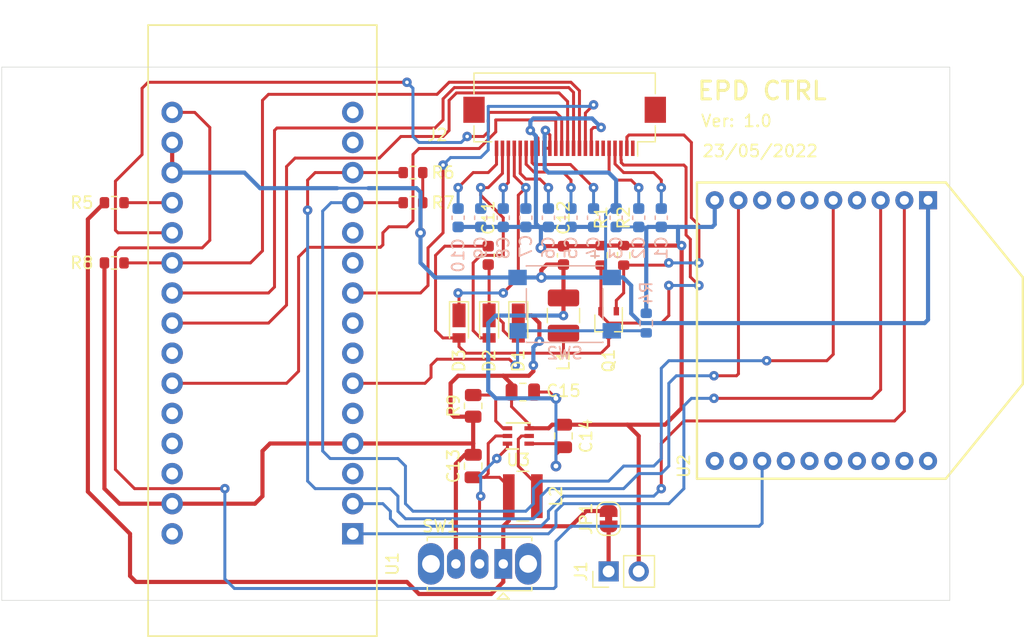
<source format=kicad_pcb>
(kicad_pcb (version 20211014) (generator pcbnew)
  (title_block (title "Board-v1.Ink") (date "2022-01-06") (rev "1.0") (company "INSA - GEI"))
  (layers (0 "F.Cu" signal) (31 "B.Cu" signal) (34 "B.Paste" user) (35 "F.Paste" user) (36 "B.SilkS" user "B.Silkscreen") (37 "F.SilkS" user "F.Silkscreen") (38 "B.Mask" user) (39 "F.Mask" user) (44 "Edge.Cuts" user))
  (net 0 "")
  (net 1 "GND")
  (net 2 "/EPD_VGL")
  (net 3 "/EPD_VGH")
  (net 4 "/EPD_VDD")
  (net 5 "/EPD_VPP")
  (net 6 "/EPD_VSH")
  (net 7 "/EPD_PWRVGH")
  (net 8 "/EPD_VSL")
  (net 9 "/EPD_PWRVGL")
  (net 10 "/EPD_VCOM")
  (net 11 "Net-(C11-Pad1)")
  (net 12 "Net-(C11-Pad2)")
  (net 13 "+BATT")
  (net 14 "/EPD_GDR")
  (net 15 "/EPD_RESET")
  (net 16 "/EPD_BUSY")
  (net 17 "/~{EPD_RST}")
  (net 18 "/EPD_DC")
  (net 19 "/~{EPD_CS}")
  (net 20 "/EPD_CLK")
  (net 21 "/EPD_DIN")
  (net 22 "+2V5")
  (net 24 "Net-(L2-Pad2)")
  (net 25 "/BUTTON")
  (net 26 "Net-(SW1-Pad2)")
  (net 27 "Net-(R5-Pad2)")
  (net 28 "/USART1_TX")
  (net 29 "/USART1_RX")
  (net 30 "/~{XBEE_RESET}")
  (net 31 "/XBEE_SLEEP_RQ")
  (net 32 "/~{XBEE_SLEEP}")
  (net 33 "Net-(J1-Pad1)")
  (net 62 "Net-(R9-Pad2)")
  (footprint "Capacitor_SMD:C_0603_1608Metric" (layer "F.Cu") (at 146.05 95.885 90)
    (fp_text reference "C11")
    (fp_text value "4.7µF")
  )
  (footprint "Capacitor_SMD:C_0603_1608Metric" (layer "F.Cu") (at 152.4 95.885 -90)
    (fp_text reference "C12")
    (fp_text value "4.7µF")
  )
  (footprint "Capacitor_SMD:C_0805_2012Metric" (layer "F.Cu") (at 148.97 107.42 180)
    (fp_text reference "C15")
    (fp_text value "1µF")
  )
  (footprint "Connector_PinHeader_2.54mm:PinHeader_1x02_P2.54mm_Vertical" (layer "F.Cu") (at 156.21 122.555 90)
    (fp_text reference "J1")
    (fp_text value "Conn_01x02")
  )
  (footprint "Connector_FFC-FPC:Hirose_FH12-24S-0.5SH_1x24-1MP_P0.50mm_Horizontal" (layer "F.Cu") (at 152.5 85 180)
    (fp_text reference "J2")
    (fp_text value "Conn_01x24")
  )
  (footprint "Inductor_SMD:L_1210_3225Metric_Pad1.42x2.65mm_HandSolder" (layer "F.Cu") (at 152.4 100.965 -90)
    (fp_text reference "L1")
    (fp_text value "68µH")
  )
  (footprint "Package_TO_SOT_SMD:SOT-323_SC-70" (layer "F.Cu") (at 156.21 101.6 -90)
    (fp_text reference "Q1")
    (fp_text value "Si1308EDL")
  )
  (footprint "Resistor_SMD:R_0603_1608Metric" (layer "F.Cu") (at 155.575 95.885 90)
    (fp_text reference "R1")
    (fp_text value "3R")
  )
  (footprint "Resistor_SMD:R_0603_1608Metric" (layer "F.Cu") (at 157.48 95.885 -90)
    (fp_text reference "R2")
    (fp_text value "10K")
  )
  (footprint "Button_Switch_THT:SW_Slide_1P2T_CK_OS102011MS2Q" (layer "F.Cu") (at 147.32 121.92 180)
    (fp_text reference "SW1")
    (fp_text value "SW_SPDT")
  )
  (footprint "Insa:STM32-Nucleo-32" (layer "F.Cu") (at 127 101.6 180)
    (fp_text reference "U1")
    (fp_text value "STM32L031")
  )
  (footprint "Insa:Xbee3" (layer "F.Cu") (at 177.165 102.235 -90)
    (fp_text reference "U2")
    (fp_text value "XBee3")
  )
  (footprint "Resistor_SMD:R_0603_1608Metric" (layer "F.Cu") (at 114.49 91.44)
    (fp_text reference "R5")
    (fp_text value "100R")
  )
  (footprint "Insa:uDFN-6-1EP_2x2mm_P0.65mm_EP1x1.6mm" (layer "F.Cu") (at 148.59 111.125 180)
    (fp_text reference "U3")
    (fp_text value "MAX17220ELT")
  )
  (footprint "Capacitor_SMD:C_0805_2012Metric" (layer "F.Cu") (at 144.78 113.665 90)
    (fp_text reference "C13")
    (fp_text value "10µF")
  )
  (footprint "Capacitor_SMD:C_0805_2012Metric" (layer "F.Cu") (at 152.4 111.125 90)
    (fp_text reference "C14")
    (fp_text value "10µF")
  )
  (footprint "Diode_SMD:D_TUMD2" (layer "F.Cu") (at 148.59 101.6 -90)
    (fp_text reference "D1")
    (fp_text value "MBR0530")
  )
  (footprint "Diode_SMD:D_TUMD2" (layer "F.Cu") (at 146.125 101.6 -90)
    (fp_text reference "D2")
    (fp_text value "MBR0530")
  )
  (footprint "Diode_SMD:D_TUMD2" (layer "F.Cu") (at 143.585 101.6 -90)
    (fp_text reference "D3")
    (fp_text value "MBR0530")
  )
  (footprint "Inductor_SMD:L_Wuerth_MAPI-4030" (layer "F.Cu") (at 148.97 116.205)
    (fp_text reference "L2")
    (fp_text value "2,2µH")
  )
  (footprint "Resistor_SMD:R_0603_1608Metric" (layer "F.Cu") (at 139.7 88.9)
    (fp_text reference "R6")
    (fp_text value "1M")
  )
  (footprint "Jumper:SolderJumper-2_P1.3mm_Bridged_RoundedPad1.0x1.5mm" (layer "F.Cu") (at 156.21 118.11 90)
    (fp_text reference "JP1")
    (fp_text value "Jumper_2_Bridged")
  )
  (footprint "Resistor_SMD:R_0805_2012Metric" (layer "F.Cu") (at 144.78 108.585 90)
    (fp_text reference "R9")
    (fp_text value "272R")
  )
  (footprint "Resistor_SMD:R_0603_1608Metric" (layer "F.Cu") (at 114.49 96.52)
    (fp_text reference "R8")
    (fp_text value "1M")
  )
  (footprint "Resistor_SMD:R_0603_1608Metric" (layer "F.Cu") (at 139.7 91.44)
    (fp_text reference "R7")
    (fp_text value "1M")
  )
  (footprint "Capacitor_SMD:C_0603_1608Metric" (layer "B.Cu") (at 160.655 92.71 -90)
    (fp_text reference "C1")
    (fp_text value "10µF")
  )
  (footprint "Capacitor_SMD:C_0603_1608Metric" (layer "B.Cu") (at 158.75 92.71 -90)
    (fp_text reference "C2")
    (fp_text value "1µF")
  )
  (footprint "Capacitor_SMD:C_0603_1608Metric" (layer "B.Cu") (at 156.845 92.71 -90)
    (fp_text reference "C3")
    (fp_text value "1µF")
  )
  (footprint "Capacitor_SMD:C_0603_1608Metric" (layer "B.Cu") (at 154.94 92.71 -90)
    (fp_text reference "C4")
    (fp_text value "1µF")
  )
  (footprint "Capacitor_SMD:C_0603_1608Metric" (layer "B.Cu") (at 153.035 92.71 -90)
    (fp_text reference "C5")
    (fp_text value "1µF")
  )
  (footprint "Capacitor_SMD:C_0603_1608Metric" (layer "B.Cu") (at 151.13 92.71 -90)
    (fp_text reference "C6")
    (fp_text value "10µF")
  )
  (footprint "Capacitor_SMD:C_0603_1608Metric" (layer "B.Cu") (at 149.225 92.71 -90)
    (fp_text reference "C7")
    (fp_text value "10µF")
  )
  (footprint "Capacitor_SMD:C_0603_1608Metric" (layer "B.Cu") (at 147.32 92.71 -90)
    (fp_text reference "C8")
    (fp_text value "10µF")
  )
  (footprint "Capacitor_SMD:C_0603_1608Metric" (layer "B.Cu") (at 145.415 92.71 -90)
    (fp_text reference "C9")
    (fp_text value "1µF")
  )
  (footprint "Capacitor_SMD:C_0603_1608Metric" (layer "B.Cu") (at 143.51 92.71 -90)
    (fp_text reference "C10")
    (fp_text value "1µF")
  )
  (footprint "Resistor_SMD:R_0603_1608Metric" (layer "B.Cu") (at 159.385 101.6 -90)
    (fp_text reference "R4")
    (fp_text value "1M")
  )
  (footprint "Button_Switch_SMD:SW_Push_1P1T_NO_6x6mm_H9.5mm" (layer "B.Cu") (at 152.5 100 180)
    (fp_text reference "SW2")
    (fp_text value "SW_SPST")
  )
  (footprint "MountingHole:MountingHole_3.2mm_M3" (layer "B.Cu") (at 110 85 180)
    (fp_text reference "H3" hide)
    (fp_text value "MountingHole")
  )
  (footprint "MountingHole:MountingHole_3.2mm_M3" (layer "B.Cu") (at 180 85 180)
    (property "Reference" "H1")
    (property "Value" "MountingHole")
    (fp_text reference "H1" hide)
    (fp_text value "MountingHole")
  )
  (footprint "MountingHole:MountingHole_3.2mm_M3" (layer "B.Cu") (at 110 120 180)
    (fp_text reference "H4" hide)
    (fp_text value "MountingHole")
  )
  (footprint "MountingHole:MountingHole_3.2mm_M3" (layer "B.Cu") (at 180 120 180)
    (fp_text reference "H2" hide)
    (fp_text value "MountingHole")
  )
  (gr_line (start 185 125) (end 105 125) (layer "Edge.Cuts") (width 0.05))
  (gr_line (start 105 125) (end 105 80) (layer "Edge.Cuts") (width 0.05))
  (gr_line (start 185 80) (end 185 125) (layer "Edge.Cuts") (width 0.05))
  (gr_line (start 105 80) (end 185 80) (layer "Edge.Cuts") (width 0.05))
  (gr_text "23/05/2022" (at 169 87.08) (layer "F.SilkS") (effects (font (size 1 1))))
  (gr_text "EPD CTRL\n" (at 169.164 82) (layer "F.SilkS") (effects (font (size 1.5 1.5) (thickness 0.25))))
  (gr_text "Ver: 1.0" (at 167 84.54) (layer "F.SilkS") (effects (font (size 1 1))))
  (segment (start 152.4 95.11) (end 155.525 95.11) (width 0.35) (layer "F.Cu") (net 1))
  (segment (start 147.32 106.045) (end 148.02 106.745) (width 0.35) (layer "F.Cu") (net 1))
  (segment (start 127 116.205) (end 127 112.395) (width 0.35) (layer "F.Cu") (net 1))
  (segment (start 154.75 85.28) (end 154.94 85.09) (width 0.25) (layer "F.Cu") (net 1))
  (segment (start 149.505 110.135) (end 149.505 110.475) (width 0.25) (layer "F.Cu") (net 1))
  (segment (start 151.445 110.175) (end 151.145 110.475) (width 0.35) (layer "F.Cu") (net 1))
  (segment (start 158.75 111.125) (end 157.8 110.175) (width 0.35) (layer "F.Cu") (net 1))
  (segment (start 119.38 116.84) (end 126.365 116.84) (width 0.35) (layer "F.Cu") (net 1))
  (segment (start 144.08 112.715) (end 144.78 112.715) (width 0.35) (layer "F.Cu") (net 1))
  (segment (start 149.86 105.664) (end 149.86 105.156) (width 0.35) (layer "F.Cu") (net 1))
  (segment (start 142.875 106.68) (end 143.51 106.045) (width 0.35) (layer "F.Cu") (net 1))
  (segment (start 143.32 113.475) (end 144.08 112.715) (width 0.35) (layer "F.Cu") (net 1))
  (segment (start 126.365 116.84) (end 127 116.205) (width 0.35) (layer "F.Cu") (net 1))
  (segment (start 155.525 95.11) (end 155.575 95.06) (width 0.35) (layer "F.Cu") (net 1))
  (segment (start 144.78 111.76) (end 144.78 112.715) (width 0.35) (layer "F.Cu") (net 1))
  (segment (start 162.37 95.06) (end 162.37 108.775) (width 0.35) (layer "F.Cu") (net 1))
  (segment (start 143.1525 109.4975) (end 142.875 109.22) (width 0.35) (layer "F.Cu") (net 1))
  (segment (start 148.02 107.42) (end 148.02 108.65) (width 0.25) (layer "F.Cu") (net 1))
  (segment (start 148.02 108.65) (end 149.505 110.135) (width 0.25) (layer "F.Cu") (net 1))
  (segment (start 127 112.395) (end 127.635 111.76) (width 0.35) (layer "F.Cu") (net 1))
  (segment (start 150.635 95.11) (end 150.495 95.25) (width 0.35) (layer "F.Cu") (net 1))
  (segment (start 148.02 106.745) (end 148.02 107.42) (width 0.35) (layer "F.Cu") (net 1))
  (segment (start 113.665 115.57) (end 114.935 116.84) (width 0.35) (layer "F.Cu") (net 1))
  (segment (start 162.37 108.775) (end 160.97 110.175) (width 0.35) (layer "F.Cu") (net 1))
  (segment (start 150.25 85.988) (end 149.606 85.344) (width 0.25) (layer "F.Cu") (net 1))
  (segment (start 147.32 106.045) (end 149.479 106.045) (width 0.35) (layer "F.Cu") (net 1))
  (segment (start 152.4 95.11) (end 150.635 95.11) (width 0.35) (layer "F.Cu") (net 1))
  (segment (start 143.51 106.045) (end 147.32 106.045) (width 0.35) (layer "F.Cu") (net 1))
  (segment (start 149.479 106.045) (end 149.86 105.664) (width 0.35) (layer "F.Cu") (net 1))
  (segment (start 151.145 110.475) (end 149.505 110.475) (width 0.35) (layer "F.Cu") (net 1))
  (segment (start 142.875 109.22) (end 142.875 106.68) (width 0.35) (layer "F.Cu") (net 1))
  (segment (start 149.718 100.95) (end 148.59 100.95) (width 0.35) (layer "F.Cu") (net 1))
  (segment (start 113.665 96.52) (end 113.665 115.57) (width 0.35) (layer "F.Cu") (net 1))
  (segment (start 155.575 95.06) (end 157.48 95.06) (width 0.35) (layer "F.Cu") (net 1))
  (segment (start 158.75 122.555) (end 158.75 111.125) (width 0.35) (layer "F.Cu") (net 1))
  (segment (start 152.4 110.175) (end 151.445 110.175) (width 0.35) (layer "F.Cu") (net 1))
  (segment (start 154.75 86.85) (end 154.75 85.28) (width 0.25) (layer "F.Cu") (net 1))
  (segment (start 127.635 111.76) (end 134.62 111.76) (width 0.35) (layer "F.Cu") (net 1))
  (segment (start 150.25 86.85) (end 150.25 85.988) (width 0.25) (layer "F.Cu") (net 1))
  (segment (start 144.78 109.4975) (end 144.78 111.76) (width 0.35) (layer "F.Cu") (net 1))
  (segment (start 143.32 121.92) (end 143.32 113.475) (width 0.35) (layer "F.Cu") (net 1))
  (segment (start 157.8 110.175) (end 152.4 110.175) (width 0.35) (layer "F.Cu") (net 1))
  (segment (start 150.368 103.124) (end 150.368 101.6) (width 0.35) (layer "F.Cu") (net 1))
  (segment (start 114.935 116.84) (end 119.38 116.84) (width 0.35) (layer "F.Cu") (net 1))
  (segment (start 160.97 110.175) (end 157.8 110.175) (width 0.35) (layer "F.Cu") (net 1))
  (segment (start 134.62 111.76) (end 144.78 111.76) (width 0.35) (layer "F.Cu") (net 1))
  (segment (start 154.94 85.09) (end 155.575 85.09) (width 0.25) (layer "F.Cu") (net 1))
  (segment (start 144.78 109.4975) (end 143.1525 109.4975) (width 0.35) (layer "F.Cu") (net 1))
  (segment (start 157.48 95.06) (end 162.37 95.06) (width 0.35) (layer "F.Cu") (net 1))
  (segment (start 150.368 101.6) (end 149.718 100.95) (width 0.35) (layer "F.Cu") (net 1))
  (via (at 149.606 85.344) (size 0.8) (drill 0.3) (layers "F.Cu" "B.Cu") (net 1))
  (via (at 155.575 85.09) (size 0.8) (drill 0.3) (layers "F.Cu" "B.Cu") (net 1))
  (via (at 162.37 95.06) (size 0.8) (drill 0.3) (layers "F.Cu" "B.Cu") (net 1))
  (via (at 150.495 95.25) (size 0.9) (drill 0.4) (layers "F.Cu" "B.Cu") (net 1))
  (via (at 150.368 103.124) (size 0.8) (drill 0.3) (layers "F.Cu" "B.Cu") (net 1))
  (via (at 149.86 105.156) (size 0.8) (drill 0.3) (layers "F.Cu" "B.Cu") (net 1))
  (segment (start 150.07452 85.81252) (end 149.606 85.344) (width 0.35) (layer "B.Cu") (net 1))
  (segment (start 159.385 100.775) (end 159.385 93.625) (width 0.35) (layer "B.Cu") (net 1))
  (segment (start 159.245 93.485) (end 159.385 93.625) (width 0.25) (layer "B.Cu") (net 1))
  (segment (start 154.813 84.328) (end 155.575 85.09) (width 0.35) (layer "B.Cu") (net 1))
  (segment (start 162.065 93.485) (end 164.96 93.485) (width 0.35) (layer "B.Cu") (net 1))
  (segment (start 164.96 93.485) (end 165.165 93.28) (width 0.35) (layer "B.Cu") (net 1))
  (segment (start 149.606 84.582) (end 149.86 84.328) (width 0.35) (layer "B.Cu") (net 1))
  (segment (start 149.606 85.344) (end 149.606 84.582) (width 0.35) (layer "B.Cu") (net 1))
  (segment (start 149.86 103.632) (end 150.368 103.124) (width 0.35) (layer "B.Cu") (net 1))
  (segment (start 156.845 93.485) (end 159.245 93.485) (width 0.25) (layer "B.Cu") (net 1))
  (segment (start 150.07452 85.848057) (end 150.07452 85.81252) (width 0.35) (layer "B.Cu") (net 1))
  (segment (start 150.07452 85.848057) (end 150.07452 93.20452) (width 0.35) (layer "B.Cu") (net 1))
  (segment (start 165.165 93.28) (end 165.165 91.235) (width 0.35) (layer "B.Cu") (net 1))
  (segment (start 150.495 95.25) (end 150.495 93.625) (width 0.35) (layer "B.Cu") (net 1))
  (segment (start 150.355 93.485) (end 154.94 93.485) (width 0.35) (layer "B.Cu") (net 1))
  (segment (start 149.86 84.328) (end 154.813 84.328) (width 0.35) (layer "B.Cu") (net 1))
  (segment (start 149.86 105.156) (end 149.86 103.632) (width 0.35) (layer "B.Cu") (net 1))
  (segment (start 159.525 93.485) (end 160.655 93.485) (width 0.35) (layer "B.Cu") (net 1))
  (segment (start 143.51 93.485) (end 150.355 93.485) (width 0.35) (layer "B.Cu") (net 1))
  (segment (start 150.495 93.625) (end 150.355 93.485) (width 0.35) (layer "B.Cu") (net 1))
  (segment (start 162.37 95.06) (end 162.065 94.755) (width 0.35) (layer "B.Cu") (net 1))
  (segment (start 162.065 94.755) (end 162.065 93.485) (width 0.35) (layer "B.Cu") (net 1))
  (segment (start 159.385 93.625) (end 159.525 93.485) (width 0.35) (layer "B.Cu") (net 1))
  (segment (start 160.655 93.485) (end 162.065 93.485) (width 0.35) (layer "B.Cu") (net 1))
  (segment (start 150.07452 93.20452) (end 150.355 93.485) (width 0.35) (layer "B.Cu") (net 1))
  (segment (start 156.75 88.17) (end 156.75 86.85) (width 0.25) (layer "F.Cu") (net 2))
  (segment (start 157.48 88.9) (end 156.75 88.17) (width 0.25) (layer "F.Cu") (net 2))
  (segment (start 160.02 88.9) (end 157.48 88.9) (width 0.25) (layer "F.Cu") (net 2))
  (segment (start 160.655 90.17) (end 160.655 89.535) (width 0.25) (layer "F.Cu") (net 2))
  (segment (start 160.655 89.535) (end 160.02 88.9) (width 0.25) (layer "F.Cu") (net 2))
  (via (at 160.655 90.17) (size 0.8) (drill 0.3) (layers "F.Cu" "B.Cu") (net 2))
  (segment (start 160.655 91.935) (end 160.655 90.17) (width 0.25) (layer "B.Cu") (net 2))
  (segment (start 158.75 90.17) (end 158.115 89.535) (width 0.25) (layer "F.Cu") (net 3))
  (segment (start 156.845 89.535) (end 156.25 88.94) (width 0.25) (layer "F.Cu") (net 3))
  (segment (start 156.25 88.94) (end 156.25 86.85) (width 0.25) (layer "F.Cu") (net 3))
  (segment (start 158.115 89.535) (end 156.845 89.535) (width 0.25) (layer "F.Cu") (net 3))
  (via (at 158.75 90.17) (size 0.8) (drill 0.3) (layers "F.Cu" "B.Cu") (net 3))
  (segment (start 158.75 91.935) (end 158.75 90.17) (width 0.25) (layer "B.Cu") (net 3))
  (segment (start 154.94 90.17) (end 152.989526 88.219526) (width 0.25) (layer "F.Cu") (net 4))
  (segment (start 149.905474 88.219526) (end 149.75 88.064052) (width 0.25) (layer "F.Cu") (net 4))
  (segment (start 149.75 88.064052) (end 149.75 86.85) (width 0.25) (layer "F.Cu") (net 4))
  (segment (start 152.989526 88.219526) (end 149.905474 88.219526) (width 0.25) (layer "F.Cu") (net 4))
  (via (at 154.94 90.17) (size 0.8) (drill 0.3) (layers "F.Cu" "B.Cu") (net 4))
  (segment (start 154.94 91.935) (end 154.94 90.17) (width 0.25) (layer "B.Cu") (net 4))
  (segment (start 153.035 90.17) (end 153.035 89.535) (width 0.25) (layer "F.Cu") (net 5))
  (segment (start 152.354885 88.854885) (end 149.905115 88.854885) (width 0.25) (layer "F.Cu") (net 5))
  (segment (start 149.905115 88.854885) (end 149.25 88.19977) (width 0.25) (layer "F.Cu") (net 5))
  (segment (start 149.25 88.19977) (end 149.25 86.85) (width 0.25) (layer "F.Cu") (net 5))
  (segment (start 153.035 89.535) (end 152.354885 88.854885) (width 0.25) (layer "F.Cu") (net 5))
  (via (at 153.035 90.17) (size 0.8) (drill 0.3) (layers "F.Cu" "B.Cu") (net 5))
  (segment (start 153.035 91.935) (end 153.035 90.17) (width 0.25) (layer "B.Cu") (net 5))
  (segment (start 151.13 90.17) (end 150.405489 89.445489) (width 0.25) (layer "F.Cu") (net 6))
  (segment (start 150.405489 89.445489) (end 149.225 89.445489) (width 0.25) (layer "F.Cu") (net 6))
  (segment (start 149.225 89.445489) (end 148.75 88.970489) (width 0.25) (layer "F.Cu") (net 6))
  (segment (start 148.75 88.970489) (end 148.75 86.85) (width 0.25) (layer "F.Cu") (net 6))
  (via (at 151.13 90.17) (size 0.8) (drill 0.3) (layers "F.Cu" "B.Cu") (net 6))
  (segment (start 151.13 91.935) (end 151.13 90.17) (width 0.25) (layer "B.Cu") (net 6))
  (segment (start 147.32 99.06) (end 148.59 97.79) (width 0.25) (layer "F.Cu") (net 7))
  (segment (start 148.59 90.805) (end 149.225 90.17) (width 0.25) (layer "F.Cu") (net 7))
  (segment (start 148.25 89.195) (end 148.25 86.85) (width 0.25) (layer "F.Cu") (net 7))
  (segment (start 143.585 100.95) (end 143.585 99.135) (width 0.25) (layer "F.Cu") (net 7))
  (segment (start 149.225 90.17) (end 148.25 89.195) (width 0.25) (layer "F.Cu") (net 7))
  (segment (start 148.59 97.79) (end 148.59 90.805) (width 0.25) (layer "F.Cu") (net 7))
  (segment (start 143.585 99.135) (end 143.51 99.06) (width 0.25) (layer "F.Cu") (net 7))
  (via (at 149.225 90.17) (size 0.8) (drill 0.3) (layers "F.Cu" "B.Cu") (net 7))
  (via (at 147.32 99.06) (size 0.8) (drill 0.3) (layers "F.Cu" "B.Cu") (net 7))
  (via (at 143.51 99.06) (size 0.8) (drill 0.3) (layers "F.Cu" "B.Cu") (net 7))
  (segment (start 149.225 91.935) (end 149.225 90.17) (width 0.25) (layer "B.Cu") (net 7))
  (segment (start 143.51 99.06) (end 147.32 99.06) (width 0.25) (layer "B.Cu") (net 7))
  (segment (start 147.75 89.74) (end 147.75 86.85) (width 0.25) (layer "F.Cu") (net 8))
  (segment (start 147.32 90.17) (end 147.75 89.74) (width 0.25) (layer "F.Cu") (net 8))
  (via (at 147.32 90.17) (size 0.8) (drill 0.3) (layers "F.Cu" "B.Cu") (net 8))
  (segment (start 147.32 91.935) (end 147.32 90.17) (width 0.25) (layer "B.Cu") (net 8))
  (segment (start 147.25 88.97) (end 147.25 86.85) (width 0.25) (layer "F.Cu") (net 9))
  (segment (start 146.125 102.85) (end 145.395 102.85) (width 0.25) (layer "F.Cu") (net 9))
  (segment (start 147.32 92.71) (end 145.415 90.805) (width 0.25) (layer "F.Cu") (net 9))
  (segment (start 147.32 95.885) (end 147.32 92.71) (width 0.25) (layer "F.Cu") (net 9))
  (segment (start 145.415 95.885) (end 147.32 95.885) (width 0.25) (layer "F.Cu") (net 9))
  (segment (start 145.395 102.85) (end 144.78 102.235) (width 0.25) (layer "F.Cu") (net 9))
  (segment (start 145.415 90.805) (end 145.415 90.17) (width 0.25) (layer "F.Cu") (net 9))
  (segment (start 144.78 96.52) (end 145.415 95.885) (width 0.25) (layer "F.Cu") (net 9))
  (segment (start 146.05 90.17) (end 147.25 88.97) (width 0.25) (layer "F.Cu") (net 9))
  (segment (start 145.415 90.17) (end 146.05 90.17) (width 0.25) (layer "F.Cu") (net 9))
  (segment (start 144.78 102.235) (end 144.78 96.52) (width 0.25) (layer "F.Cu") (net 9))
  (via (at 145.415 90.17) (size 0.8) (drill 0.3) (layers "F.Cu" "B.Cu") (net 9))
  (segment (start 145.415 91.935) (end 145.415 90.17) (width 0.25) (layer "B.Cu") (net 9))
  (segment (start 146.05 88.9) (end 146.75 88.2) (width 0.25) (layer "F.Cu") (net 10))
  (segment (start 146.75 88.2) (end 146.75 86.85) (width 0.25) (layer "F.Cu") (net 10))
  (segment (start 143.51 90.17) (end 144.78 88.9) (width 0.25) (layer "F.Cu") (net 10))
  (segment (start 144.78 88.9) (end 146.05 88.9) (width 0.25) (layer "F.Cu") (net 10))
  (via locked (at 143.51 90.17) (size 0.8) (drill 0.3) (layers "F.Cu" "B.Cu") (net 10))
  (segment (start 143.51 91.935) (end 143.51 90.17) (width 0.25) (layer "B.Cu") (net 10))
  (segment (start 146.67 100.95) (end 147.32 101.6) (width 0.25) (layer "F.Cu") (net 11))
  (segment (start 147.32 102.235) (end 147.935 102.85) (width 0.25) (layer "F.Cu") (net 11))
  (segment (start 146.125 100.95) (end 146.125 96.735) (width 0.25) (layer "F.Cu") (net 11))
  (segment (start 147.935 102.85) (end 148.59 102.85) (width 0.25) (layer "F.Cu") (net 11))
  (segment (start 146.125 96.735) (end 146.05 96.66) (width 0.25) (layer "F.Cu") (net 11))
  (segment (start 146.125 100.95) (end 146.67 100.95) (width 0.25) (layer "F.Cu") (net 11))
  (segment (start 147.32 101.6) (end 147.32 102.235) (width 0.25) (layer "F.Cu") (net 11))
  (segment (start 152.4 102.4525) (end 152.4 104.14) (width 0.25) (layer "F.Cu") (net 12))
  (segment (start 141.605 102.235) (end 142.22 102.85) (width 0.25) (layer "F.Cu") (net 12))
  (segment (start 146.05 95.11) (end 142.38 95.11) (width 0.25) (layer "F.Cu") (net 12))
  (segment (start 156.21 103.505) (end 156.21 102.6) (width 0.25) (layer "F.Cu") (net 12))
  (segment (start 144.145 104.14) (end 155.575 104.14) (width 0.25) (layer "F.Cu") (net 12))
  (segment (start 141.605 95.885) (end 141.605 102.235) (width 0.25) (layer "F.Cu") (net 12))
  (segment (start 143.585 102.85) (end 143.585 103.58) (width 0.25) (layer "F.Cu") (net 12))
  (segment (start 142.38 95.11) (end 141.605 95.885) (width 0.25) (layer "F.Cu") (net 12))
  (segment (start 155.575 104.14) (end 156.21 103.505) (width 0.25) (layer "F.Cu") (net 12))
  (segment (start 143.585 103.58) (end 144.145 104.14) (width 0.25) (layer "F.Cu") (net 12))
  (segment (start 142.22 102.85) (end 143.585 102.85) (width 0.25) (layer "F.Cu") (net 12))
  (segment (start 145.735 114.615) (end 146.05 114.3) (width 0.25) (layer "F.Cu") (net 13))
  (segment (start 115.824 122.936) (end 115.824 119.634) (width 0.35) (layer "F.Cu") (net 13))
  (segment (start 116.332 123.444) (end 115.824 122.936) (width 0.35) (layer "F.Cu") (net 13))
  (segment (start 112.268 115.824) (end 115.824 119.38) (width 0.35) (layer "F.Cu") (net 13))
  (segment (start 147 114.615) (end 147.785 115.4) (width 0.25) (layer "F.Cu") (net 13))
  (segment (start 145.735 114.615) (end 147 114.615) (width 0.25) (layer "F.Cu") (net 13))
  (segment (start 147.32 123.444) (end 146.304 124.46) (width 0.35) (layer "F.Cu") (net 13))
  (segment (start 144.78 114.615) (end 145.735 114.615) (width 0.25) (layer "F.Cu") (net 13))
  (segment (start 147.785 115.4) (end 147.785 116.205) (width 0.25) (layer "F.Cu") (net 13))
  (segment (start 146.05 114.3) (end 146.05 111.76) (width 0.25) (layer "F.Cu") (net 13))
  (segment (start 147.32 118.745) (end 153.035 118.745) (width 0.35) (layer "F.Cu") (net 13))
  (segment (start 146.685 111.125) (end 147.675 111.125) (width 0.25) (layer "F.Cu") (net 13))
  (segment (start 147.32 121.92) (end 147.32 118.745) (width 0.35) (layer "F.Cu") (net 13))
  (segment (start 113.665 91.44) (end 112.268 92.837) (width 0.35) (layer "F.Cu") (net 13))
  (segment (start 147.785 118.28) (end 147.32 118.745) (width 0.35) (layer "F.Cu") (net 13))
  (segment (start 140.208 124.46) (end 139.192 123.444) (width 0.35) (layer "F.Cu") (net 13))
  (segment (start 139.192 123.444) (end 116.332 123.444) (width 0.35) (layer "F.Cu") (net 13))
  (segment (start 146.304 124.46) (end 140.208 124.46) (width 0.35) (layer "F.Cu") (net 13))
  (segment (start 154.32 117.46) (end 156.21 117.46) (width 0.35) (layer "F.Cu") (net 13))
  (segment (start 112.268 92.837) (end 112.268 115.824) (width 0.35) (layer "F.Cu") (net 13))
  (segment (start 147.785 116.205) (end 147.785 118.28) (width 0.35) (layer "F.Cu") (net 13))
  (segment (start 147.32 121.92) (end 147.32 123.444) (width 0.35) (layer "F.Cu") (net 13))
  (segment (start 153.035 118.745) (end 154.32 117.46) (width 0.35) (layer "F.Cu") (net 13))
  (segment (start 146.05 111.76) (end 146.685 111.125) (width 0.25) (layer "F.Cu") (net 13))
  (segment (start 115.824 119.38) (end 115.824 119.634) (width 0.35) (layer "F.Cu") (net 13))
  (segment (start 162.56 85.725) (end 163.195 86.36) (width 0.25) (layer "F.Cu") (net 14))
  (segment (start 156.86 99.68) (end 157.48 99.06) (width 0.25) (layer "F.Cu") (net 14))
  (segment (start 157.48 99.06) (end 157.48 96.71) (width 0.25) (layer "F.Cu") (net 14))
  (segment (start 163.83 93.345) (end 163.195 92.71) (width 0.25) (layer "F.Cu") (net 14))
  (segment (start 163.83 96.52) (end 163.83 93.345) (width 0.25) (layer "F.Cu") (net 14))
  (segment (start 157.925978 85.725) (end 162.56 85.725) (width 0.25) (layer "F.Cu") (net 14))
  (segment (start 157.48 96.71) (end 161.1 96.71) (width 0.25) (layer "F.Cu") (net 14))
  (segment (start 157.75 85.900978) (end 157.925978 85.725) (width 0.25) (layer "F.Cu") (net 14))
  (segment (start 161.1 96.71) (end 161.29 96.52) (width 0.25) (layer "F.Cu") (net 14))
  (segment (start 157.75 86.85) (end 157.75 85.900978) (width 0.25) (layer "F.Cu") (net 14))
  (segment (start 156.86 100.6) (end 156.86 99.68) (width 0.25) (layer "F.Cu") (net 14))
  (segment (start 163.195 86.36) (end 163.195 92.71) (width 0.25) (layer "F.Cu") (net 14))
  (via (at 161.29 96.52) (size 0.8) (drill 0.3) (layers "F.Cu" "B.Cu") (net 14))
  (via (at 163.83 96.52) (size 0.8) (drill 0.3) (layers "F.Cu" "B.Cu") (net 14))
  (segment (start 161.29 96.52) (end 163.83 96.52) (width 0.25) (layer "B.Cu") (net 14))
  (segment (start 162.74548 88.45048) (end 162.74548 94.16548) (width 0.25) (layer "F.Cu") (net 15))
  (segment (start 161.29 100.965) (end 161.29 98.425) (width 0.25) (layer "F.Cu") (net 15))
  (segment (start 162.56 88.265) (end 162.74548 88.45048) (width 0.25) (layer "F.Cu") (net 15))
  (segment (start 155.56 96.725) (end 155.56 100.6) (width 0.25) (layer "F.Cu") (net 15))
  (segment (start 157.480718 88.265) (end 162.56 88.265) (width 0.25) (layer "F.Cu") (net 15))
  (segment (start 163.105489 94.525489) (end 163.105489 97.700489) (width 0.25) (layer "F.Cu") (net 15))
  (segment (start 155.575 96.71) (end 155.56 96.725) (width 0.25) (layer "F.Cu") (net 15))
  (segment (start 157.275489 88.059771) (end 157.480718 88.265) (width 0.25) (layer "F.Cu") (net 15))
  (segment (start 160.655 101.6) (end 161.29 100.965) (width 0.25) (layer "F.Cu") (net 15))
  (segment (start 157.25 86.85) (end 157.25 87.799022) (width 0.25) (layer "F.Cu") (net 15))
  (segment (start 155.56 100.6) (end 155.56 100.95) (width 0.25) (layer "F.Cu") (net 15))
  (segment (start 156.21 101.6) (end 160.655 101.6) (width 0.25) (layer "F.Cu") (net 15))
  (segment (start 157.25 87.799022) (end 157.275489 87.824511) (width 0.25) (layer "F.Cu") (net 15))
  (segment (start 162.74548 94.16548) (end 163.105489 94.525489) (width 0.25) (layer "F.Cu") (net 15))
  (segment (start 157.275489 87.824511) (end 157.275489 88.059771) (width 0.25) (layer "F.Cu") (net 15))
  (segment (start 163.105489 97.700489) (end 163.83 98.425) (width 0.25) (layer "F.Cu") (net 15))
  (segment (start 155.56 100.95) (end 156.21 101.6) (width 0.25) (layer "F.Cu") (net 15))
  (via (at 163.83 98.425) (size 0.8) (drill 0.3) (layers "F.Cu" "B.Cu") (net 15))
  (via (at 161.29 98.425) (size 0.8) (drill 0.3) (layers "F.Cu" "B.Cu") (net 15))
  (segment (start 161.29 98.425) (end 163.83 98.425) (width 0.25) (layer "B.Cu") (net 15))
  (segment (start 134.62 99.06) (end 140.335 99.06) (width 0.25) (layer "F.Cu") (net 16))
  (segment (start 154.25 83.875) (end 154.94 83.185) (width 0.25) (layer "F.Cu") (net 16))
  (segment (start 142.24 93.98) (end 142.24 88.265) (width 0.25) (layer "F.Cu") (net 16))
  (segment (start 140.97 95.25) (end 142.24 93.98) (width 0.25) (layer "F.Cu") (net 16))
  (segment (start 154.832366 83.077366) (end 154.94 83.185) (width 0.25) (layer "F.Cu") (net 16))
  (segment (start 140.97 98.425) (end 140.97 95.25) (width 0.25) (layer "F.Cu") (net 16))
  (segment (start 140.335 99.06) (end 140.97 98.425) (width 0.25) (layer "F.Cu") (net 16))
  (segment (start 154.25 86.85) (end 154.25 83.875) (width 0.25) (layer "F.Cu") (net 16))
  (via (at 154.94 83.185) (size 0.8) (drill 0.3) (layers "F.Cu" "B.Cu") (net 16))
  (via (at 142.24 88.265) (size 0.8) (drill 0.3) (layers "F.Cu" "B.Cu") (net 16))
  (segment (start 146.05 83.312) (end 154.813 83.312) (width 0.25) (layer "B.Cu") (net 16))
  (segment (start 146.05 84.582) (end 146.05 84.455) (width 0.25) (layer "B.Cu") (net 16))
  (segment (start 142.875 87.63) (end 145.415 87.63) (width 0.25) (layer "B.Cu") (net 16))
  (segment (start 146.05 84.582) (end 146.05 83.312) (width 0.25) (layer "B.Cu") (net 16))
  (segment (start 154.813 83.312) (end 154.94 83.185) (width 0.25) (layer "B.Cu") (net 16))
  (segment (start 145.415 87.63) (end 146.05 86.995) (width 0.25) (layer "B.Cu") (net 16))
  (segment (start 146.05 86.995) (end 146.05 84.582) (width 0.25) (layer "B.Cu") (net 16))
  (segment (start 142.24 88.265) (end 142.875 87.63) (width 0.25) (layer "B.Cu") (net 16))
  (segment (start 127 95.504) (end 125.984 96.52) (width 0.25) (layer "F.Cu") (net 17))
  (segment (start 153.031449 81.276449) (end 142.751551 81.276449) (width 0.25) (layer "F.Cu") (net 17))
  (segment (start 141.732 82.296) (end 127.508 82.296) (width 0.25) (layer "F.Cu") (net 17))
  (segment (start 153.75 81.995) (end 153.035 81.28) (width 0.25) (layer "F.Cu") (net 17))
  (segment (start 127.508 82.296) (end 127 82.804) (width 0.25) (layer "F.Cu") (net 17))
  (segment (start 153.75 86.85) (end 153.75 81.995) (width 0.25) (layer "F.Cu") (net 17))
  (segment (start 125.984 96.52) (end 119.38 96.52) (width 0.25) (layer "F.Cu") (net 17))
  (segment (start 127 82.804) (end 127 95.504) (width 0.25) (layer "F.Cu") (net 17))
  (segment (start 142.751551 81.276449) (end 141.732 82.296) (width 0.25) (layer "F.Cu") (net 17))
  (segment (start 115.57 96.52) (end 119.38 96.52) (width 0.25) (layer "F.Cu") (net 17))
  (segment (start 127.508 99.06) (end 128.016 98.552) (width 0.25) (layer "F.Cu") (net 18))
  (segment (start 143.190313 81.725969) (end 152.845251 81.725969) (width 0.25) (layer "F.Cu") (net 18))
  (segment (start 141.559511 85.135489) (end 142.24 84.455) (width 0.25) (layer "F.Cu") (net 18))
  (segment (start 128.224511 85.135489) (end 141.559511 85.135489) (width 0.25) (layer "F.Cu") (net 18))
  (segment (start 128.016 85.344) (end 128.224511 85.135489) (width 0.25) (layer "F.Cu") (net 18))
  (segment (start 142.24 82.676282) (end 143.190313 81.725969) (width 0.25) (layer "F.Cu") (net 18))
  (segment (start 142.24 84.455) (end 142.24 82.676282) (width 0.25) (layer "F.Cu") (net 18))
  (segment (start 153.25 82.130718) (end 153.25 86.85) (width 0.25) (layer "F.Cu") (net 18))
  (segment (start 128.016 98.552) (end 128.016 85.344) (width 0.25) (layer "F.Cu") (net 18))
  (segment (start 152.845251 81.725969) (end 153.25 82.130718) (width 0.25) (layer "F.Cu") (net 18))
  (segment (start 119.38 99.06) (end 127.508 99.06) (width 0.25) (layer "F.Cu") (net 18))
  (segment (start 129.748511 87.675489) (end 136.860511 87.675489) (width 0.25) (layer "F.Cu") (net 19))
  (segment (start 142.24 85.852) (end 142.748 85.344) (width 0.25) (layer "F.Cu") (net 19))
  (segment (start 142.748 82.804) (end 143.376511 82.175489) (width 0.25) (layer "F.Cu") (net 19))
  (segment (start 129.032 100.076) (end 129.032 88.392) (width 0.25) (layer "F.Cu") (net 19))
  (segment (start 138.684 85.852) (end 142.24 85.852) (width 0.25) (layer "F.Cu") (net 19))
  (segment (start 143.376511 82.175489) (end 152.025489 82.175489) (width 0.25) (layer "F.Cu") (net 19))
  (segment (start 152.025489 82.175489) (end 152.75 82.9) (width 0.25) (layer "F.Cu") (net 19))
  (segment (start 152.75 82.9) (end 152.75 86.85) (width 0.25) (layer "F.Cu") (net 19))
  (segment (start 142.748 85.344) (end 142.748 82.804) (width 0.25) (layer "F.Cu") (net 19))
  (segment (start 127.508 101.6) (end 129.032 100.076) (width 0.25) (layer "F.Cu") (net 19))
  (segment (start 136.860511 87.675489) (end 138.684 85.852) (width 0.25) (layer "F.Cu") (net 19))
  (segment (start 129.032 88.392) (end 129.748511 87.675489) (width 0.25) (layer "F.Cu") (net 19))
  (segment (start 119.38 101.6) (end 127.508 101.6) (width 0.25) (layer "F.Cu") (net 19))
  (segment (start 146.074511 85.440749) (end 145.66326 85.852) (width 0.25) (layer "F.Cu") (net 20))
  (segment (start 152.25 84.305) (end 151.765 83.82) (width 0.25) (layer "F.Cu") (net 20))
  (segment (start 116.84 81.788) (end 117.348 81.28) (width 0.25) (layer "F.Cu") (net 20))
  (segment (start 119.38 93.98) (end 114.808 93.98) (width 0.25) (layer "F.Cu") (net 20))
  (segment (start 114.59048 89.62552) (end 116.84 87.376) (width 0.25) (layer "F.Cu") (net 20))
  (segment (start 117.348 81.28) (end 139.192 81.28) (width 0.25) (layer "F.Cu") (net 20))
  (segment (start 146.074511 83.82) (end 146.074511 85.440749) (width 0.25) (layer "F.Cu") (net 20))
  (segment (start 114.808 93.98) (end 114.59048 93.76248) (width 0.25) (layer "F.Cu") (net 20))
  (segment (start 151.765 83.82) (end 146.074511 83.82) (width 0.25) (layer "F.Cu") (net 20))
  (segment (start 145.66326 85.852) (end 144.272 85.852) (width 0.25) (layer "F.Cu") (net 20))
  (segment (start 114.59048 93.76248) (end 114.59048 89.62552) (width 0.25) (layer "F.Cu") (net 20))
  (segment (start 116.84 87.376) (end 116.84 81.788) (width 0.25) (layer "F.Cu") (net 20))
  (segment (start 152.25 86.85) (end 152.25 84.305) (width 0.25) (layer "F.Cu") (net 20))
  (via (at 139.192 81.28) (size 0.8) (drill 0.3) (layers "F.Cu" "B.Cu") (net 20))
  (via (at 144.272 85.852) (size 0.8) (drill 0.3) (layers "F.Cu" "B.Cu") (net 20))
  (segment (start 139.192 81.28) (end 139.7 81.788) (width 0.25) (layer "B.Cu") (net 20))
  (segment (start 139.7 85.852) (end 140.208 86.36) (width 0.25) (layer "B.Cu") (net 20))
  (segment (start 139.7 81.788) (end 139.7 85.852) (width 0.25) (layer "B.Cu") (net 20))
  (segment (start 143.764 86.36) (end 144.272 85.852) (width 0.25) (layer "B.Cu") (net 20))
  (segment (start 140.208 86.36) (end 143.764 86.36) (width 0.25) (layer "B.Cu") (net 20))
  (segment (start 139.7 92.964) (end 139.192 93.472) (width 0.25) (layer "F.Cu") (net 21))
  (segment (start 139.7 87.376) (end 139.7 92.964) (width 0.25) (layer "F.Cu") (net 21))
  (segment (start 137.16 93.98) (end 137.16 94.996) (width 0.25) (layer "F.Cu") (net 21))
  (segment (start 151.735 84.455) (end 151.75 84.47) (width 0.25) (layer "F.Cu") (net 21))
  (segment (start 130.048 105.664) (end 129.032 106.68) (width 0.25) (layer "F.Cu") (net 21))
  (segment (start 146.685 84.455) (end 151.735 84.455) (width 0.25) (layer "F.Cu") (net 21))
  (segment (start 151.75 86.85) (end 151.75 84.47) (width 0.25) (layer "F.Cu") (net 21))
  (segment (start 137.16 94.996) (end 136.951489 95.204511) (width 0.25) (layer "F.Cu") (net 21))
  (segment (start 129.032 106.68) (end 119.38 106.68) (width 0.25) (layer "F.Cu") (net 21))
  (segment (start 130.855489 95.204511) (end 130.048 96.012) (width 0.25) (layer "F.Cu") (net 21))
  (segment (start 137.668 93.472) (end 137.16 93.98) (width 0.25) (layer "F.Cu") (net 21))
  (segment (start 146.685 85.465978) (end 146.685 84.455) (width 0.25) (layer "F.Cu") (net 21))
  (segment (start 140.208 86.868) (end 139.7 87.376) (width 0.25) (layer "F.Cu") (net 21))
  (segment (start 145.282978 86.868) (end 146.685 85.465978) (width 0.25) (layer "F.Cu") (net 21))
  (segment (start 139.192 93.472) (end 137.668 93.472) (width 0.25) (layer "F.Cu") (net 21))
  (segment (start 145.282978 86.868) (end 140.208 86.868) (width 0.25) (layer "F.Cu") (net 21))
  (segment (start 130.048 96.012) (end 130.048 105.664) (width 0.25) (layer "F.Cu") (net 21))
  (segment (start 136.951489 95.204511) (end 130.855489 95.204511) (width 0.25) (layer "F.Cu") (net 21))
  (segment (start 140.335 91.63) (end 140.525 91.44) (width 0.35) (layer "F.Cu") (net 22))
  (segment (start 119.38 86.36) (end 119.38 88.9) (width 0.35) (layer "F.Cu") (net 22))
  (segment (start 140.335 93.98) (end 140.335 91.63) (width 0.35) (layer "F.Cu") (net 22))
  (segment (start 151.235 107.42) (end 151.765 107.95) (width 0.25) (layer "F.Cu") (net 22))
  (segment (start 150.535 97.115) (end 150.535 97.75) (width 0.35) (layer "F.Cu") (net 22))
  (segment (start 150.75 86.85) (end 151.25 86.85) (width 0.25) (layer "F.Cu") (net 22))
  (segment (start 151.25 86.85) (end 151.25 85.718) (width 0.25) (layer "F.Cu") (net 22))
  (segment (start 149.965 107.42) (end 151.235 107.42) (width 0.25) (layer "F.Cu") (net 22))
  (segment (start 151.765 113.665) (end 151.765 112.71) (width 0.25) (layer "F.Cu") (net 22))
  (segment (start 151.25 85.718) (end 150.876 85.344) (width 0.25) (layer "F.Cu") (net 22))
  (segment (start 149.92 107.42) (end 149.965 107.42) (width 0.25) (layer "F.Cu") (net 22))
  (segment (start 150.99 96.66) (end 150.535 97.115) (width 0.35) (layer "F.Cu") (net 22))
  (segment (start 140.525 88.9) (end 140.525 91.44) (width 0.25) (layer "F.Cu") (net 22))
  (segment (start 152.1 111.775) (end 152.4 112.075) (width 0.25) (layer "F.Cu") (net 22))
  (segment (start 149.505 111.775) (end 152.1 111.775) (width 0.25) (layer "F.Cu") (net 22))
  (segment (start 151.765 112.71) (end 152.4 112.075) (width 0.25) (layer "F.Cu") (net 22))
  (segment (start 152.4 96.66) (end 150.99 96.66) (width 0.35) (layer "F.Cu") (net 22))
  (segment (start 152.4 96.66) (end 152.4 99.4775) (width 0.35) (layer "F.Cu") (net 22))
  (segment (start 152.4 99.4775) (end 152.4 100.965) (width 0.35) (layer "F.Cu") (net 22))
  (via (at 150.535 97.75) (size 0.9) (drill 0.4) (layers "F.Cu" "B.Cu") (net 22))
  (via (at 150.876 85.344) (size 0.8) (drill 0.3) (layers "F.Cu" "B.Cu") (net 22))
  (via (at 140.335 93.98) (size 0.9) (drill 0.4) (layers "F.Cu" "B.Cu") (net 22))
  (via (at 151.765 107.95) (size 0.9) (drill 0.4) (layers "F.Cu" "B.Cu") (net 22))
  (via (at 152.4 100.965) (size 0.8) (drill 0.3) (layers "F.Cu" "B.Cu") (net 22))
  (via (at 151.765 113.665) (size 0.9) (drill 0.4) (layers "F.Cu" "B.Cu") (net 22))
  (segment (start 158.115 100.792493) (end 158.922507 101.6) (width 0.35) (layer "B.Cu") (net 22))
  (segment (start 150.535 97.75) (end 156.475 97.75) (width 0.35) (layer "B.Cu") (net 22))
  (segment (start 148.525 97.75) (end 141.565 97.75) (width 0.35) (layer "B.Cu") (net 22))
  (segment (start 141.565 97.75) (end 140.335 96.52) (width 0.35) (layer "B.Cu") (net 22))
  (segment (start 156.845 89.535) (end 156.845 91.935) (width 0.35) (layer "B.Cu") (net 22))
  (segment (start 156.477 91.935) (end 156.845 91.935) (width 0.25) (layer "B.Cu") (net 22))
  (segment (start 150.814603 88.584603) (end 150.814603 85.935897) (width 0.35) (layer "B.Cu") (net 22))
  (segment (start 135.935489 90.215489) (end 139.999489 90.215489) (width 0.35) (layer "B.Cu") (net 22))
  (segment (start 156.475 97.75) (end 157.44 97.75) (width 0.35) (layer "B.Cu") (net 22))
  (segment (start 158.922507 101.6) (end 182.88 101.6) (width 0.35) (layer "B.Cu") (net 22))
  (segment (start 150.814603 88.584603) (end 151.13 88.9) (width 0.35) (layer "B.Cu") (net 22))
  (segment (start 125.476 88.9) (end 126.791489 90.215489) (width 0.35) (layer "B.Cu") (net 22))
  (segment (start 150.814603 85.935897) (end 150.814603 85.405397) (width 0.35) (layer "B.Cu") (net 22))
  (segment (start 140.335 90.551) (end 140.335 93.98) (width 0.35) (layer "B.Cu") (net 22))
  (segment (start 157.44 97.75) (end 158.115 98.425) (width 0.35) (layer "B.Cu") (net 22))
  (segment (start 156.475 97.75) (end 155.956 97.231) (width 0.25) (layer "B.Cu") (net 22))
  (segment (start 146.685 100.965) (end 146.05 101.6) (width 0.35) (layer "B.Cu") (net 22))
  (segment (start 148.525 97.75) (end 150.535 97.75) (width 0.35) (layer "B.Cu") (net 22))
  (segment (start 182.88 101.6) (end 183.165 101.315) (width 0.35) (layer "B.Cu") (net 22))
  (segment (start 183.165 101.315) (end 183.165 91.235) (width 0.35) (layer "B.Cu") (net 22))
  (segment (start 151.13 88.9) (end 156.21 88.9) (width 0.35) (layer "B.Cu") (net 22))
  (segment (start 139.999489 90.215489) (end 140.335 90.551) (width 0.35) (layer "B.Cu") (net 22))
  (segment (start 146.05 107.315) (end 146.685 107.95) (width 0.35) (layer "B.Cu") (net 22))
  (segment (start 133.304511 90.215489) (end 135.935489 90.215489) (width 0.25) (layer "B.Cu") (net 22))
  (segment (start 158.115 98.425) (end 158.115 100.792493) (width 0.35) (layer "B.Cu") (net 22))
  (segment (start 156.21 88.9) (end 156.845 89.535) (width 0.35) (layer "B.Cu") (net 22))
  (segment (start 140.335 96.52) (end 140.335 93.98) (width 0.35) (layer "B.Cu") (net 22))
  (segment (start 155.956 97.231) (end 155.956 92.456) (width 0.25) (layer "B.Cu") (net 22))
  (segment (start 152.4 100.965) (end 146.685 100.965) (width 0.35) (layer "B.Cu") (net 22))
  (segment (start 151.765 107.95) (end 151.765 113.665) (width 0.25) (layer "B.Cu") (net 22))
  (segment (start 119.38 88.9) (end 125.476 88.9) (width 0.35) (layer "B.Cu") (net 22))
  (segment (start 155.956 92.456) (end 156.477 91.935) (width 0.25) (layer "B.Cu") (net 22))
  (segment (start 150.814603 85.405397) (end 150.876 85.344) (width 0.35) (layer "B.Cu") (net 22))
  (segment (start 146.685 107.95) (end 151.765 107.95) (width 0.35) (layer "B.Cu") (net 22))
  (segment (start 146.05 101.6) (end 146.05 107.315) (width 0.35) (layer "B.Cu") (net 22))
  (segment (start 133.304511 90.215489) (end 126.791489 90.215489) (width 0.35) (layer "B.Cu") (net 22))
  (segment (start 149.505 111.125) (end 148.855 111.125) (width 0.25) (layer "F.Cu") (net 24))
  (segment (start 148.855 111.125) (end 148.59 111.39) (width 0.25) (layer "F.Cu") (net 24))
  (segment (start 150.155 115.23) (end 150.155 116.205) (width 0.25) (layer "F.Cu") (net 24))
  (segment (start 148.59 113.665) (end 150.155 115.23) (width 0.25) (layer "F.Cu") (net 24))
  (segment (start 148.59 111.39) (end 148.59 113.665) (width 0.25) (layer "F.Cu") (net 24))
  (segment (start 141.224 105.156) (end 141.732 104.648) (width 0.25) (layer "F.Cu") (net 25))
  (segment (start 140.716 106.68) (end 141.224 106.172) (width 0.25) (layer "F.Cu") (net 25))
  (segment (start 141.224 106.172) (end 141.224 105.156) (width 0.25) (layer "F.Cu") (net 25))
  (segment (start 141.732 104.648) (end 147.828 104.648) (width 0.25) (layer "F.Cu") (net 25))
  (segment (start 134.62 106.68) (end 140.716 106.68) (width 0.25) (layer "F.Cu") (net 25))
  (segment (start 147.828 104.648) (end 148.336 105.156) (width 0.25) (layer "F.Cu") (net 25))
  (via (at 148.336 105.156) (size 0.8) (drill 0.3) (layers "F.Cu" "B.Cu") (net 25))
  (segment (start 159.21 102.25) (end 159.385 102.425) (width 0.25) (layer "B.Cu") (net 25))
  (segment (start 148.525 104.967) (end 148.525 102.25) (width 0.25) (layer "B.Cu") (net 25))
  (segment (start 148.525 102.25) (end 159.21 102.25) (width 0.25) (layer "B.Cu") (net 25))
  (segment (start 148.336 105.156) (end 148.525 104.967) (width 0.25) (layer "B.Cu") (net 25))
  (segment (start 147.675 111.775) (end 147.675 112.1295) (width 0.25) (layer "F.Cu") (net 26))
  (segment (start 145.32 116.3) (end 145.32 121.92) (width 0.25) (layer "F.Cu") (net 26))
  (segment (start 147.675 112.1295) (end 146.7745 113.03) (width 0.25) (layer "F.Cu") (net 26))
  (segment (start 145.415 116.205) (end 145.32 116.3) (width 0.25) (layer "F.Cu") (net 26))
  (via (at 146.7745 113.03) (size 0.8) (drill 0.3) (layers "F.Cu" "B.Cu") (net 26))
  (via (at 145.415 116.205) (size 0.8) (drill 0.3) (layers "F.Cu" "B.Cu") (net 26))
  (segment (start 145.32 114.4845) (end 145.415 114.5795) (width 0.25) (layer "B.Cu") (net 26))
  (segment (start 146.7745 113.03) (end 145.32 114.4845) (width 0.25) (layer "B.Cu") (net 26))
  (segment (start 145.415 114.5795) (end 145.415 116.205) (width 0.25) (layer "B.Cu") (net 26))
  (segment (start 115.315 91.44) (end 119.38 91.44) (width 0.25) (layer "F.Cu") (net 27))
  (segment (start 179.165 107.22) (end 179.165 91.235) (width 0.25) (layer "F.Cu") (net 28))
  (segment (start 178.435 107.95) (end 179.165 107.22) (width 0.25) (layer "F.Cu") (net 28))
  (segment (start 165.1 107.95) (end 178.435 107.95) (width 0.25) (layer "F.Cu") (net 28))
  (via (at 165.1 107.95) (size 0.8) (drill 0.3) (layers "F.Cu" "B.Cu") (net 28))
  (segment (start 151.765 117.475) (end 152.4 116.84) (width 0.25) (layer "B.Cu") (net 28))
  (segment (start 151.765 118.745) (end 151.765 117.475) (width 0.25) (layer "B.Cu") (net 28))
  (segment (start 161.29 116.84) (end 162.56 115.57) (width 0.25) (layer "B.Cu") (net 28))
  (segment (start 162.56 115.57) (end 162.56 108.585) (width 0.25) (layer "B.Cu") (net 28))
  (segment (start 134.62 119.38) (end 151.13 119.38) (width 0.25) (layer "B.Cu") (net 28))
  (segment (start 162.56 108.585) (end 163.195 107.95) (width 0.25) (layer "B.Cu") (net 28))
  (segment (start 151.13 119.38) (end 151.765 118.745) (width 0.25) (layer "B.Cu") (net 28))
  (segment (start 163.195 107.95) (end 165.1 107.95) (width 0.25) (layer "B.Cu") (net 28))
  (segment (start 152.4 116.84) (end 161.29 116.84) (width 0.25) (layer "B.Cu") (net 28))
  (segment (start 181.165 109.03) (end 181.165 91.235) (width 0.25) (layer "F.Cu") (net 29))
  (segment (start 160.655 115.57) (end 160.655 111.76) (width 0.25) (layer "F.Cu") (net 29))
  (segment (start 160.655 111.76) (end 162.56 109.855) (width 0.25) (layer "F.Cu") (net 29))
  (segment (start 162.56 109.855) (end 180.34 109.855) (width 0.25) (layer "F.Cu") (net 29))
  (segment (start 180.34 109.855) (end 181.165 109.03) (width 0.25) (layer "F.Cu") (net 29))
  (via (at 160.655 115.57) (size 0.8) (drill 0.3) (layers "F.Cu" "B.Cu") (net 29))
  (segment (start 138.43 118.745) (end 150.495 118.745) (width 0.25) (layer "B.Cu") (net 29))
  (segment (start 151.13 118.11) (end 151.13 117.474282) (width 0.25) (layer "B.Cu") (net 29))
  (segment (start 151.13 117.474282) (end 152.399282 116.205) (width 0.25) (layer "B.Cu") (net 29))
  (segment (start 160.02 116.205) (end 160.655 115.57) (width 0.25) (layer "B.Cu") (net 29))
  (segment (start 150.495 118.745) (end 151.13 118.11) (width 0.25) (layer "B.Cu") (net 29))
  (segment (start 152.399282 116.205) (end 160.02 116.205) (width 0.25) (layer "B.Cu") (net 29))
  (segment (start 137.16 116.84) (end 137.795 117.475) (width 0.25) (layer "B.Cu") (net 29))
  (segment (start 137.795 118.11) (end 138.43 118.745) (width 0.25) (layer "B.Cu") (net 29))
  (segment (start 134.62 116.84) (end 137.16 116.84) (width 0.25) (layer "B.Cu") (net 29))
  (segment (start 137.795 117.475) (end 137.795 118.11) (width 0.25) (layer "B.Cu") (net 29))
  (segment (start 174.625 104.775) (end 169.545 104.775) (width 0.25) (layer "F.Cu") (net 30))
  (segment (start 175.165 91.235) (end 175.165 104.235) (width 0.25) (layer "F.Cu") (net 30))
  (segment (start 134.62 91.44) (end 138.875 91.44) (width 0.25) (layer "F.Cu") (net 30))
  (segment (start 175.165 104.235) (end 174.625 104.775) (width 0.25) (layer "F.Cu") (net 30))
  (via (at 169.545 104.775) (size 0.8) (drill 0.3) (layers "F.Cu" "B.Cu") (net 30))
  (segment (start 132.715 113.03) (end 132.08 112.395) (width 0.25) (layer "B.Cu") (net 30))
  (segment (start 156.21 114.935) (end 150.495 114.935) (width 0.25) (layer "B.Cu") (net 30))
  (segment (start 139.065 116.84) (end 139.065 113.665) (width 0.25) (layer "B.Cu") (net 30))
  (segment (start 132.08 112.395) (end 132.08 92.146427) (width 0.25) (layer "B.Cu") (net 30))
  (segment (start 139.7 117.475) (end 139.065 116.84) (width 0.25) (layer "B.Cu") (net 30))
  (segment (start 150.495 114.935) (end 149.86 115.57) (width 0.25) (layer "B.Cu") (net 30))
  (segment (start 149.225 117.475) (end 139.7 117.475) (width 0.25) (layer "B.Cu") (net 30))
  (segment (start 149.86 116.84) (end 149.225 117.475) (width 0.25) (layer "B.Cu") (net 30))
  (segment (start 132.08 92.146427) (end 132.786427 91.44) (width 0.25) (layer "B.Cu") (net 30))
  (segment (start 169.545 104.775) (end 161.29 104.775) (width 0.25) (layer "B.Cu") (net 30))
  (segment (start 160.655 105.41) (end 160.655 113.03) (width 0.25) (layer "B.Cu") (net 30))
  (segment (start 138.43 113.03) (end 132.715 113.03) (width 0.25) (layer "B.Cu") (net 30))
  (segment (start 161.29 104.775) (end 160.655 105.41) (width 0.25) (layer "B.Cu") (net 30))
  (segment (start 149.86 115.57) (end 149.86 116.84) (width 0.25) (layer "B.Cu") (net 30))
  (segment (start 160.02 113.665) (end 157.48 113.665) (width 0.25) (layer "B.Cu") (net 30))
  (segment (start 157.48 113.665) (end 156.21 114.935) (width 0.25) (layer "B.Cu") (net 30))
  (segment (start 160.655 113.03) (end 160.02 113.665) (width 0.25) (layer "B.Cu") (net 30))
  (segment (start 139.065 113.665) (end 138.43 113.03) (width 0.25) (layer "B.Cu") (net 30))
  (segment (start 132.786427 91.44) (end 134.62 91.44) (width 0.25) (layer "B.Cu") (net 30))
  (segment (start 167.165 91.235) (end 167.165 105.885) (width 0.25) (layer "F.Cu") (net 31))
  (segment (start 130.81 89.535) (end 131.445 88.9) (width 0.25) (layer "F.Cu") (net 31))
  (segment (start 134.62 88.9) (end 138.875 88.9) (width 0.25) (layer "F.Cu") (net 31))
  (segment (start 130.81 92.075) (end 130.81 89.535) (width 0.25) (layer "F.Cu") (net 31))
  (segment (start 131.445 88.9) (end 134.62 88.9) (width 0.25) (layer "F.Cu") (net 31))
  (segment (start 167.005 106.045) (end 165.1 106.045) (width 0.25) (layer "F.Cu") (net 31))
  (segment (start 167.165 105.885) (end 167.005 106.045) (width 0.25) (layer "F.Cu") (net 31))
  (via (at 130.81 92.075) (size 0.8) (drill 0.3) (layers "F.Cu" "B.Cu") (net 31))
  (via (at 165.1 106.045) (size 0.8) (drill 0.3) (layers "F.Cu" "B.Cu") (net 31))
  (segment (start 161.29 106.68) (end 161.29 113.665) (width 0.25) (layer "B.Cu") (net 31))
  (segment (start 158.75 114.3) (end 157.48 115.57) (width 0.25) (layer "B.Cu") (net 31))
  (segment (start 130.81 114.935) (end 130.81 92.075) (width 0.25) (layer "B.Cu") (net 31))
  (segment (start 149.86 118.11) (end 139.065 118.11) (width 0.25) (layer "B.Cu") (net 31))
  (segment (start 131.445 115.57) (end 130.81 114.935) (width 0.25) (layer "B.Cu") (net 31))
  (segment (start 150.495 116.205) (end 150.495 117.475) (width 0.25) (layer "B.Cu") (net 31))
  (segment (start 157.48 115.57) (end 151.13 115.57) (width 0.25) (layer "B.Cu") (net 31))
  (segment (start 165.1 106.045) (end 161.925 106.045) (width 0.25) (layer "B.Cu") (net 31))
  (segment (start 160.655 114.3) (end 158.75 114.3) (width 0.25) (layer "B.Cu") (net 31))
  (segment (start 150.495 117.475) (end 149.86 118.11) (width 0.25) (layer "B.Cu") (net 31))
  (segment (start 161.29 113.665) (end 160.655 114.3) (width 0.25) (layer "B.Cu") (net 31))
  (segment (start 151.13 115.57) (end 150.495 116.205) (width 0.25) (layer "B.Cu") (net 31))
  (segment (start 138.43 116.205) (end 137.795 115.57) (width 0.25) (layer "B.Cu") (net 31))
  (segment (start 139.065 118.11) (end 138.43 117.475) (width 0.25) (layer "B.Cu") (net 31))
  (segment (start 161.925 106.045) (end 161.29 106.68) (width 0.25) (layer "B.Cu") (net 31))
  (segment (start 137.795 115.57) (end 131.445 115.57) (width 0.25) (layer "B.Cu") (net 31))
  (segment (start 138.43 117.475) (end 138.43 116.205) (width 0.25) (layer "B.Cu") (net 31))
  (segment (start 123.825 115.57) (end 116.205 115.57) (width 0.25) (layer "F.Cu") (net 32))
  (segment (start 114.935 95.25) (end 121.92 95.25) (width 0.25) (layer "F.Cu") (net 32))
  (segment (start 121.285 83.82) (end 119.38 83.82) (width 0.25) (layer "F.Cu") (net 32))
  (segment (start 114.59048 113.95548) (end 114.59048 95.59452) (width 0.25) (layer "F.Cu") (net 32))
  (segment (start 122.555 94.615) (end 122.555 85.09) (width 0.25) (layer "F.Cu") (net 32))
  (segment (start 114.59048 95.59452) (end 114.935 95.25) (width 0.25) (layer "F.Cu") (net 32))
  (segment (start 122.555 85.09) (end 121.285 83.82) (width 0.25) (layer "F.Cu") (net 32))
  (segment (start 116.205 115.57) (end 114.59048 113.95548) (width 0.25) (layer "F.Cu") (net 32))
  (segment (start 121.92 95.25) (end 122.555 94.615) (width 0.25) (layer "F.Cu") (net 32))
  (via (at 123.825 115.57) (size 0.8) (drill 0.3) (layers "F.Cu" "B.Cu") (net 32))
  (segment (start 168.91 118.745) (end 169.165 118.49) (width 0.25) (layer "B.Cu") (net 32))
  (segment (start 151.59548 123.99452) (end 151.765 123.825) (width 0.25) (layer "B.Cu") (net 32))
  (segment (start 153.035 118.745) (end 168.91 118.745) (width 0.25) (layer "B.Cu") (net 32))
  (segment (start 123.825 115.57) (end 123.825 123.19) (width 0.25) (layer "B.Cu") (net 32))
  (segment (start 151.765 120.015) (end 153.035 118.745) (width 0.25) (layer "B.Cu") (net 32))
  (segment (start 151.765 123.825) (end 151.765 120.015) (width 0.25) (layer "B.Cu") (net 32))
  (segment (start 169.165 118.49) (end 169.165 113.235) (width 0.25) (layer "B.Cu") (net 32))
  (segment (start 124.62952 123.99452) (end 151.59548 123.99452) (width 0.25) (layer "B.Cu") (net 32))
  (segment (start 123.825 123.19) (end 124.62952 123.99452) (width 0.25) (layer "B.Cu") (net 32))
  (segment (start 156.21 122.555) (end 156.21 118.76) (width 0.35) (layer "F.Cu") (net 33))
  (segment (start 146.685 107.95) (end 146.685 109.855) (width 0.25) (layer "F.Cu") (net 62))
  (segment (start 147.305 110.475) (end 147.675 110.475) (width 0.25) (layer "F.Cu") (net 62))
  (segment (start 144.78 107.6725) (end 146.4075 107.6725) (width 0.25) (layer "F.Cu") (net 62))
  (segment (start 146.685 109.855) (end 147.305 110.475) (width 0.25) (layer "F.Cu") (net 62))
  (segment (start 146.4075 107.6725) (end 146.685 107.95) (width 0.25) (layer "F.Cu") (net 62))
)
</source>
